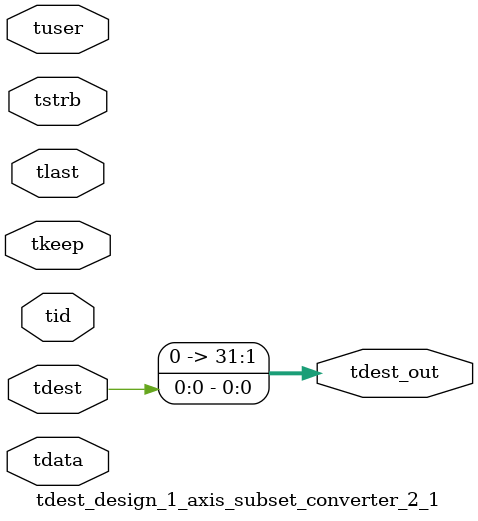
<source format=v>


`timescale 1ps/1ps

module tdest_design_1_axis_subset_converter_2_1 #
(
parameter C_S_AXIS_TDATA_WIDTH = 32,
parameter C_S_AXIS_TUSER_WIDTH = 0,
parameter C_S_AXIS_TID_WIDTH   = 0,
parameter C_S_AXIS_TDEST_WIDTH = 0,
parameter C_M_AXIS_TDEST_WIDTH = 32
)
(
input  [(C_S_AXIS_TDATA_WIDTH == 0 ? 1 : C_S_AXIS_TDATA_WIDTH)-1:0     ] tdata,
input  [(C_S_AXIS_TUSER_WIDTH == 0 ? 1 : C_S_AXIS_TUSER_WIDTH)-1:0     ] tuser,
input  [(C_S_AXIS_TID_WIDTH   == 0 ? 1 : C_S_AXIS_TID_WIDTH)-1:0       ] tid,
input  [(C_S_AXIS_TDEST_WIDTH == 0 ? 1 : C_S_AXIS_TDEST_WIDTH)-1:0     ] tdest,
input  [(C_S_AXIS_TDATA_WIDTH/8)-1:0 ] tkeep,
input  [(C_S_AXIS_TDATA_WIDTH/8)-1:0 ] tstrb,
input                                                                    tlast,
output [C_M_AXIS_TDEST_WIDTH-1:0] tdest_out
);

assign tdest_out = {tdest[0:0]};

endmodule


</source>
